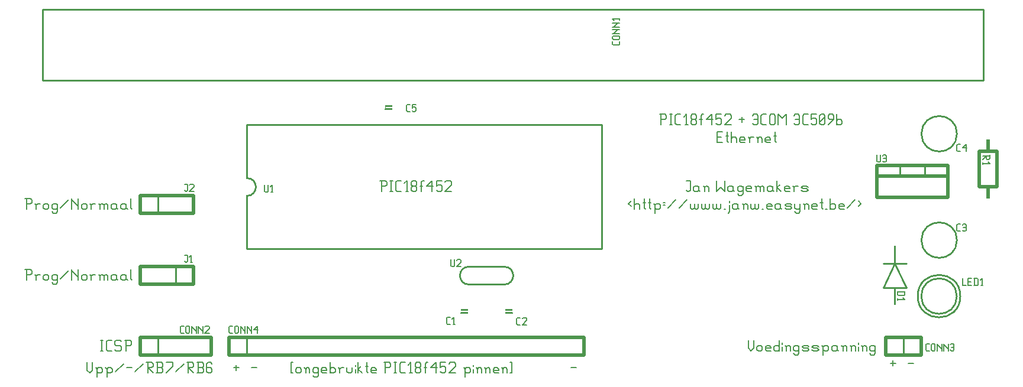
<source format=gbr>
G04 Title: PIC18f452-3COM3C509b-Ethernet, silkscreen, component side *
G04 Creator: pcb-bin 20050127 *
G04 CreationDate: Sat Apr 23 10:34:43 2005 UTC *
G04 For: jan *
G04 Format: Gerber/RS-274X *
G04 PCB-Dimensions: 600000 220000 *
G04 PCB-Coordinate-Origin: lower left *
%MOIN*%
%FSLAX24Y24*%
%IPPOS*%
%ADD11C,0.0400*%
%ADD12C,0.0100*%
%ADD13C,0.0080*%
%ADD14R,0.0650X0.0650*%
%ADD15R,0.0710X0.0710*%
%ADD16C,0.0650*%
%ADD17C,0.0710*%
%ADD18R,0.0700X0.0700*%
%ADD19R,0.0760X0.0760*%
%ADD20C,0.0700*%
%ADD21C,0.0760*%
%ADD22C,0.0200*%
%ADD23R,0.0600X0.0600*%
%ADD24R,0.0660X0.0660*%
%ADD25C,0.0600*%
%ADD26C,0.0660*%
%ADD27R,0.0800X0.0800*%
%ADD28R,0.0860X0.0860*%
%ADD29C,0.0800*%
%ADD30C,0.0860*%
%ADD31C,0.1575*%
%ADD32C,0.0350*%
%LNGROUP_1*%
%LPD*%
G01X0Y0D02*
G54D12*X54990Y4840D02*G75*G03X54990Y4840I-1000J0D01*G01*
X55190D02*G75*G03X55190Y4840I-1200J0D01*G01*
G04 Text: LED1 *
G54D13*X55310Y5840D02*Y5440D01*
X55510D01*
X55630Y5640D02*X55780D01*
X55630Y5440D02*X55830D01*
X55630Y5840D02*Y5440D01*
Y5840D02*X55830D01*
X56000D02*Y5440D01*
X56150Y5840D02*X56200Y5790D01*
Y5490D01*
X56150Y5440D02*X56200Y5490D01*
X55950Y5440D02*X56150D01*
X55950Y5840D02*X56150D01*
X56370Y5440D02*X56470D01*
X56420Y5840D02*Y5440D01*
X56320Y5740D02*X56420Y5840D01*
G54D22*X57250Y13000D02*Y11000D01*
X56250D02*X57250D01*
X56250Y13000D02*Y11000D01*
Y13000D02*X57250D01*
X56750Y14000D02*Y13000D01*
Y11000D02*Y10000D01*
G04 Text: R1 *
G54D13*X56850Y12800D02*Y12600D01*
X56800Y12550D01*
X56700D02*X56800D01*
X56650Y12600D02*X56700Y12550D01*
X56650Y12750D02*Y12600D01*
X56450Y12750D02*X56850D01*
X56650D02*X56450Y12550D01*
Y12379D02*Y12279D01*
Y12329D02*X56850D01*
X56750Y12429D02*X56850Y12329D01*
G54D12*X23250Y15500D02*X23500D01*
X22500D02*X22750D01*
Y15420D02*X23250D01*
X22750Y15580D02*Y15420D01*
Y15580D02*X23250D01*
Y15420D01*
G04 Text: C5 *
G54D13*X24050Y15250D02*X24200D01*
X24000Y15300D02*X24050Y15250D01*
X24000Y15600D02*Y15300D01*
Y15600D02*X24050Y15650D01*
X24200D01*
X24320D02*X24520D01*
X24320D02*Y15450D01*
X24370Y15500D01*
X24470D01*
X24520Y15450D01*
Y15300D01*
X24470Y15250D02*X24520Y15300D01*
X24370Y15250D02*X24470D01*
X24320Y15300D02*X24370Y15250D01*
G54D12*X9000Y10500D02*X10000D01*
Y9500D01*
G54D22*X9000Y10500D02*Y9500D01*
Y10500D02*X12000D01*
Y9500D01*
X9000D02*X12000D01*
G04 Text: J2 *
G54D13*X11500Y11150D02*X11650D01*
Y10800D01*
X11600Y10750D02*X11650Y10800D01*
X11550Y10750D02*X11600D01*
X11500Y10800D02*X11550Y10750D01*
X11770Y11100D02*X11820Y11150D01*
X11970D01*
X12020Y11100D01*
Y11000D01*
X11770Y10750D02*X12020Y11000D01*
X11770Y10750D02*X12020D01*
G54D12*X27500Y4080D02*Y3920D01*
X27000Y4080D02*X27500D01*
X27000D02*Y3920D01*
X27500D01*
X26750Y4000D02*X27000D01*
X27500D02*X27750D01*
G04 Text: C1 *
G54D13*X26300Y3250D02*X26450D01*
X26250Y3300D02*X26300Y3250D01*
X26250Y3600D02*Y3300D01*
Y3600D02*X26300Y3650D01*
X26450D01*
X26620Y3250D02*X26720D01*
X26670Y3650D02*Y3250D01*
X26570Y3550D02*X26670Y3650D01*
G54D12*X29500Y4080D02*Y3920D01*
X30000D01*
Y4080D02*Y3920D01*
X29500Y4080D02*X30000D01*
Y4000D02*X30250D01*
X29250D02*X29500D01*
G04 Text: C2 *
G54D13*X30250Y3220D02*X30400D01*
X30200Y3270D02*X30250Y3220D01*
X30200Y3570D02*Y3270D01*
Y3570D02*X30250Y3620D01*
X30400D01*
X30520Y3570D02*X30570Y3620D01*
X30720D01*
X30770Y3570D01*
Y3470D01*
X30520Y3220D02*X30770Y3470D01*
X30520Y3220D02*X30770D01*
G54D12*X27500Y5500D02*X29500D01*
X27500Y6500D02*X29500D01*
Y5500D02*G75*G03X29500Y6500I0J500D01*G01*
X27500D02*G75*G03X27500Y5500I0J-500D01*G01*
G04 Text: U2 *
G54D13*X26500Y6900D02*Y6550D01*
X26550Y6500D01*
X26650D01*
X26700Y6550D01*
Y6900D02*Y6550D01*
X26820Y6850D02*X26870Y6900D01*
X27020D01*
X27070Y6850D01*
Y6750D01*
X26820Y6500D02*X27070Y6750D01*
X26820Y6500D02*X27070D01*
G54D12*X14000Y2500D02*X15000D01*
Y1500D01*
G54D22*X14000Y2500D02*Y1500D01*
Y2500D02*X34000D01*
Y1500D01*
X14000D02*X34000D01*
G04 Text: CONN4 *
G54D13*X14050Y2750D02*X14200D01*
X14000Y2800D02*X14050Y2750D01*
X14000Y3100D02*Y2800D01*
Y3100D02*X14050Y3150D01*
X14200D01*
X14320Y3100D02*Y2800D01*
Y3100D02*X14370Y3150D01*
X14470D01*
X14520Y3100D01*
Y2800D01*
X14470Y2750D02*X14520Y2800D01*
X14370Y2750D02*X14470D01*
X14320Y2800D02*X14370Y2750D01*
X14640Y3150D02*Y2750D01*
Y3150D02*Y3100D01*
X14890Y2850D01*
Y3150D02*Y2750D01*
X15010Y3150D02*Y2750D01*
Y3150D02*Y3100D01*
X15260Y2850D01*
Y3150D02*Y2750D01*
X15380Y2950D02*X15580Y3150D01*
X15380Y2950D02*X15630D01*
X15580Y3150D02*Y2750D01*
G54D12*X11000Y5500D02*X12000D01*
X11000Y6500D02*Y5500D01*
G54D22*X12000Y6500D02*Y5500D01*
X9000D02*X12000D01*
X9000Y6500D02*Y5500D01*
Y6500D02*X12000D01*
G04 Text: J1 *
G54D13*X11500Y7150D02*X11650D01*
Y6800D01*
X11600Y6750D02*X11650Y6800D01*
X11550Y6750D02*X11600D01*
X11500Y6800D02*X11550Y6750D01*
X11820D02*X11920D01*
X11870Y7150D02*Y6750D01*
X11770Y7050D02*X11870Y7150D01*
G54D12*X53200Y12200D02*Y11600D01*
X51800Y12200D02*Y11600D01*
G54D22*X50500Y12200D02*Y11600D01*
X54500D01*
Y12200D02*Y11600D01*
X50500Y12200D02*X54500D01*
X50500D02*Y10400D01*
X54500D01*
Y12200D02*Y10400D01*
X50500Y12200D02*X54500D01*
G04 Text: U3 *
G54D13*X50500Y12800D02*Y12450D01*
X50550Y12400D01*
X50650D01*
X50700Y12450D01*
Y12800D02*Y12450D01*
X50820Y12750D02*X50870Y12800D01*
X50970D01*
X51020Y12750D01*
Y12450D01*
X50970Y12400D02*X51020Y12450D01*
X50870Y12400D02*X50970D01*
X50820Y12450D02*X50870Y12400D01*
Y12600D02*X51020D01*
G54D12*X53000Y8000D02*G75*G03X53000Y8000I1000J0D01*G01*
G04 Text: C3 *
G54D13*X55050Y8500D02*X55200D01*
X55000Y8550D02*X55050Y8500D01*
X55000Y8850D02*Y8550D01*
Y8850D02*X55050Y8900D01*
X55200D01*
X55320Y8850D02*X55370Y8900D01*
X55470D01*
X55520Y8850D01*
Y8550D01*
X55470Y8500D02*X55520Y8550D01*
X55370Y8500D02*X55470D01*
X55320Y8550D02*X55370Y8500D01*
Y8700D02*X55520D01*
G54D12*X51000Y2500D02*X52000D01*
Y1500D01*
G54D22*X51000Y2500D02*Y1500D01*
Y2500D02*X53000D01*
Y1500D01*
X51000D02*X53000D01*
G04 Text: CONN3 *
G54D13*X53300Y1750D02*X53450D01*
X53250Y1800D02*X53300Y1750D01*
X53250Y2100D02*Y1800D01*
Y2100D02*X53300Y2150D01*
X53450D01*
X53570Y2100D02*Y1800D01*
Y2100D02*X53620Y2150D01*
X53720D01*
X53770Y2100D01*
Y1800D01*
X53720Y1750D02*X53770Y1800D01*
X53620Y1750D02*X53720D01*
X53570Y1800D02*X53620Y1750D01*
X53890Y2150D02*Y1750D01*
Y2150D02*Y2100D01*
X54140Y1850D01*
Y2150D02*Y1750D01*
X54260Y2150D02*Y1750D01*
Y2150D02*Y2100D01*
X54510Y1850D01*
Y2150D02*Y1750D01*
X54630Y2100D02*X54680Y2150D01*
X54780D01*
X54830Y2100D01*
Y1800D01*
X54780Y1750D02*X54830Y1800D01*
X54680Y1750D02*X54780D01*
X54630Y1800D02*X54680Y1750D01*
Y1950D02*X54830D01*
G54D12*X55000Y14000D02*G75*G03X55000Y14000I-1000J0D01*G01*
G04 Text: C4 *
G54D13*X55050Y13000D02*X55200D01*
X55000Y13050D02*X55050Y13000D01*
X55000Y13350D02*Y13050D01*
Y13350D02*X55050Y13400D01*
X55200D01*
X55320Y13200D02*X55520Y13400D01*
X55320Y13200D02*X55570D01*
X55520Y13400D02*Y13000D01*
G54D12*X3500Y17000D02*X56500D01*
Y21000D02*Y17000D01*
X3500Y21000D02*X56500D01*
X3500D02*Y17000D01*
G04 Text: CONN1 *
G54D13*X36000Y19200D02*Y19050D01*
X35950Y19000D02*X36000Y19050D01*
X35650Y19000D02*X35950D01*
X35650D02*X35600Y19050D01*
Y19200D02*Y19050D01*
X35650Y19320D02*X35950D01*
X35650D02*X35600Y19370D01*
Y19470D02*Y19370D01*
Y19470D02*X35650Y19520D01*
X35950D01*
X36000Y19470D02*X35950Y19520D01*
X36000Y19470D02*Y19370D01*
X35950Y19320D02*X36000Y19370D01*
X35600Y19640D02*X36000D01*
X35600D02*X35650D01*
X35900Y19890D01*
X35600D02*X36000D01*
X35600Y20010D02*X36000D01*
X35600D02*X35650D01*
X35900Y20260D01*
X35600D02*X36000D01*
Y20530D02*Y20430D01*
X35600Y20480D02*X36000D01*
X35700Y20380D02*X35600Y20480D01*
G54D12*X9000Y2500D02*X10000D01*
Y1500D01*
G54D22*X9000Y2500D02*Y1500D01*
Y2500D02*X13000D01*
Y1500D01*
X9000D02*X13000D01*
G04 Text: CONN2 *
G54D13*X11300Y2750D02*X11450D01*
X11250Y2800D02*X11300Y2750D01*
X11250Y3100D02*Y2800D01*
Y3100D02*X11300Y3150D01*
X11450D01*
X11570Y3100D02*Y2800D01*
Y3100D02*X11620Y3150D01*
X11720D01*
X11770Y3100D01*
Y2800D01*
X11720Y2750D02*X11770Y2800D01*
X11620Y2750D02*X11720D01*
X11570Y2800D02*X11620Y2750D01*
X11890Y3150D02*Y2750D01*
Y3150D02*Y3100D01*
X12140Y2850D01*
Y3150D02*Y2750D01*
X12260Y3150D02*Y2750D01*
Y3150D02*Y3100D01*
X12510Y2850D01*
Y3150D02*Y2750D01*
X12630Y3100D02*X12680Y3150D01*
X12830D01*
X12880Y3100D01*
Y3000D01*
X12630Y2750D02*X12880Y3000D01*
X12630Y2750D02*X12880D01*
G54D12*X15000Y14500D02*Y11500D01*
Y10500D02*Y7500D01*
Y14500D02*X35000D01*
Y7500D01*
X15000D02*X35000D01*
X15000Y10500D02*G75*G03X15000Y11500I0J500D01*G01*
G04 Text: U1 *
G54D13*X16000Y11100D02*Y10750D01*
X16050Y10700D01*
X16150D01*
X16200Y10750D01*
Y11100D02*Y10750D01*
X16370Y10700D02*X16470D01*
X16420Y11100D02*Y10700D01*
X16320Y11000D02*X16420Y11100D01*
G54D12*X50840Y6670D02*X52160D01*
X50840Y5330D02*X51500Y6670D01*
X50840Y5330D02*X52160D01*
X51500Y6670D02*X52160Y5330D01*
X51500D02*Y4000D01*
Y8000D02*Y6670D01*
G04 Text: D1 *
G54D13*X51660Y5080D02*X52060D01*
Y4930D02*X52010Y4880D01*
X51710D02*X52010D01*
X51660Y4930D02*X51710Y4880D01*
X51660Y5130D02*Y4930D01*
X52060Y5130D02*Y4930D01*
X51660Y4709D02*Y4609D01*
Y4659D02*X52060D01*
X51960Y4759D02*X52060Y4659D01*
G04 Text: Ethernet *
X41500Y13800D02*X41725D01*
X41500Y13500D02*X41800D01*
X41500Y14100D02*Y13500D01*
Y14100D02*X41800D01*
X42055D02*Y13575D01*
X42130Y13500D01*
X41980Y13875D02*X42130D01*
X42280Y14100D02*Y13500D01*
Y13725D02*X42355Y13800D01*
X42505D01*
X42580Y13725D01*
Y13500D01*
X42835D02*X43060D01*
X42760Y13575D02*X42835Y13500D01*
X42760Y13725D02*Y13575D01*
Y13725D02*X42835Y13800D01*
X42985D01*
X43060Y13725D01*
X42760Y13650D02*X43060D01*
Y13725D02*Y13650D01*
X43315Y13725D02*Y13500D01*
Y13725D02*X43390Y13800D01*
X43540D01*
X43240D02*X43315Y13725D01*
X43795D02*Y13500D01*
Y13725D02*X43870Y13800D01*
X43945D01*
X44020Y13725D01*
Y13500D01*
X43720Y13800D02*X43795Y13725D01*
X44275Y13500D02*X44500D01*
X44200Y13575D02*X44275Y13500D01*
X44200Y13725D02*Y13575D01*
Y13725D02*X44275Y13800D01*
X44425D01*
X44500Y13725D01*
X44200Y13650D02*X44500D01*
Y13725D02*Y13650D01*
X44756Y14100D02*Y13575D01*
X44831Y13500D01*
X44681Y13875D02*X44831D01*
G04 Text: PIC18f452 + 3COM 3C509b *
X38325Y15100D02*Y14500D01*
X38250Y15100D02*X38550D01*
X38625Y15025D01*
Y14875D01*
X38550Y14800D02*X38625Y14875D01*
X38325Y14800D02*X38550D01*
X38805Y15100D02*X38955D01*
X38880D02*Y14500D01*
X38805D02*X38955D01*
X39210D02*X39435D01*
X39135Y14575D02*X39210Y14500D01*
X39135Y15025D02*Y14575D01*
Y15025D02*X39210Y15100D01*
X39435D01*
X39690Y14500D02*X39840D01*
X39765Y15100D02*Y14500D01*
X39615Y14950D02*X39765Y15100D01*
X40020Y14575D02*X40095Y14500D01*
X40020Y14725D02*Y14575D01*
Y14725D02*X40095Y14800D01*
X40245D01*
X40320Y14725D01*
Y14575D01*
X40245Y14500D02*X40320Y14575D01*
X40095Y14500D02*X40245D01*
X40020Y14875D02*X40095Y14800D01*
X40020Y15025D02*Y14875D01*
Y15025D02*X40095Y15100D01*
X40245D01*
X40320Y15025D01*
Y14875D01*
X40245Y14800D02*X40320Y14875D01*
X40575Y15025D02*Y14500D01*
Y15025D02*X40650Y15100D01*
X40725D01*
X40500Y14800D02*X40650D01*
X40875D02*X41175Y15100D01*
X40875Y14800D02*X41250D01*
X41175Y15100D02*Y14500D01*
X41431Y15100D02*X41731D01*
X41431D02*Y14800D01*
X41506Y14875D01*
X41656D01*
X41731Y14800D01*
Y14575D01*
X41656Y14500D02*X41731Y14575D01*
X41506Y14500D02*X41656D01*
X41431Y14575D02*X41506Y14500D01*
X41911Y15025D02*X41986Y15100D01*
X42211D01*
X42286Y15025D01*
Y14875D01*
X41911Y14500D02*X42286Y14875D01*
X41911Y14500D02*X42286D01*
X42736Y14800D02*X43036D01*
X42886Y14950D02*Y14650D01*
X43486Y15025D02*X43561Y15100D01*
X43711D01*
X43786Y15025D01*
Y14575D01*
X43711Y14500D02*X43786Y14575D01*
X43561Y14500D02*X43711D01*
X43486Y14575D02*X43561Y14500D01*
Y14800D02*X43786D01*
X44041Y14500D02*X44266D01*
X43966Y14575D02*X44041Y14500D01*
X43966Y15025D02*Y14575D01*
Y15025D02*X44041Y15100D01*
X44266D01*
X44446Y15025D02*Y14575D01*
Y15025D02*X44521Y15100D01*
X44671D01*
X44746Y15025D01*
Y14575D01*
X44671Y14500D02*X44746Y14575D01*
X44521Y14500D02*X44671D01*
X44446Y14575D02*X44521Y14500D01*
X44926Y15100D02*Y14500D01*
Y15100D02*X45151Y14875D01*
X45376Y15100D01*
Y14500D01*
X45827Y15025D02*X45902Y15100D01*
X46052D01*
X46127Y15025D01*
Y14575D01*
X46052Y14500D02*X46127Y14575D01*
X45902Y14500D02*X46052D01*
X45827Y14575D02*X45902Y14500D01*
Y14800D02*X46127D01*
X46382Y14500D02*X46607D01*
X46307Y14575D02*X46382Y14500D01*
X46307Y15025D02*Y14575D01*
Y15025D02*X46382Y15100D01*
X46607D01*
X46787D02*X47087D01*
X46787D02*Y14800D01*
X46862Y14875D01*
X47012D01*
X47087Y14800D01*
Y14575D01*
X47012Y14500D02*X47087Y14575D01*
X46862Y14500D02*X47012D01*
X46787Y14575D02*X46862Y14500D01*
X47267Y14575D02*X47342Y14500D01*
X47267Y15025D02*Y14575D01*
Y15025D02*X47342Y15100D01*
X47492D01*
X47567Y15025D01*
Y14575D01*
X47492Y14500D02*X47567Y14575D01*
X47342Y14500D02*X47492D01*
X47267Y14650D02*X47567Y14950D01*
X47747Y14500D02*X48047Y14800D01*
Y15025D02*Y14800D01*
X47972Y15100D02*X48047Y15025D01*
X47822Y15100D02*X47972D01*
X47747Y15025D02*X47822Y15100D01*
X47747Y15025D02*Y14875D01*
X47822Y14800D01*
X48047D01*
X48227Y15100D02*Y14500D01*
Y14575D02*X48302Y14500D01*
X48452D01*
X48527Y14575D01*
Y14725D02*Y14575D01*
X48452Y14800D02*X48527Y14725D01*
X48302Y14800D02*X48452D01*
X48227Y14725D02*X48302Y14800D01*
G04 Text: <http://www.janw.easynet.be/> *
X36500Y10050D02*X36650Y10200D01*
X36500Y10050D02*X36650Y9900D01*
X36830Y10350D02*Y9750D01*
Y9975D02*X36905Y10050D01*
X37055D01*
X37130Y9975D01*
Y9750D01*
X37385Y10350D02*Y9825D01*
X37460Y9750D01*
X37310Y10125D02*X37460D01*
X37685Y10350D02*Y9825D01*
X37760Y9750D01*
X37610Y10125D02*X37760D01*
X37985Y9975D02*Y9525D01*
X37910Y10050D02*X37985Y9975D01*
X38060Y10050D01*
X38210D01*
X38285Y9975D01*
Y9825D01*
X38210Y9750D02*X38285Y9825D01*
X38060Y9750D02*X38210D01*
X37985Y9825D02*X38060Y9750D01*
X38465Y10125D02*X38540D01*
X38465Y9975D02*X38540D01*
X38720Y9825D02*X39170Y10275D01*
X39351Y9825D02*X39801Y10275D01*
X39981Y10050D02*Y9825D01*
X40056Y9750D01*
X40131D01*
X40206Y9825D01*
Y10050D02*Y9825D01*
X40281Y9750D01*
X40356D01*
X40431Y9825D01*
Y10050D02*Y9825D01*
X40611Y10050D02*Y9825D01*
X40686Y9750D01*
X40761D01*
X40836Y9825D01*
Y10050D02*Y9825D01*
X40911Y9750D01*
X40986D01*
X41061Y9825D01*
Y10050D02*Y9825D01*
X41241Y10050D02*Y9825D01*
X41316Y9750D01*
X41391D01*
X41466Y9825D01*
Y10050D02*Y9825D01*
X41541Y9750D01*
X41616D01*
X41691Y9825D01*
Y10050D02*Y9825D01*
X41871Y9750D02*X41946D01*
X42201Y10200D02*Y10125D01*
Y9975D02*Y9600D01*
X42126Y9525D02*X42201Y9600D01*
X42576Y10050D02*X42651Y9975D01*
X42426Y10050D02*X42576D01*
X42351Y9975D02*X42426Y10050D01*
X42351Y9975D02*Y9825D01*
X42426Y9750D01*
X42651Y10050D02*Y9825D01*
X42726Y9750D01*
X42426D02*X42576D01*
X42651Y9825D01*
X42982Y9975D02*Y9750D01*
Y9975D02*X43057Y10050D01*
X43132D01*
X43207Y9975D01*
Y9750D01*
X42907Y10050D02*X42982Y9975D01*
X43387Y10050D02*Y9825D01*
X43462Y9750D01*
X43537D01*
X43612Y9825D01*
Y10050D02*Y9825D01*
X43687Y9750D01*
X43762D01*
X43837Y9825D01*
Y10050D02*Y9825D01*
X44017Y9750D02*X44092D01*
X44347D02*X44572D01*
X44272Y9825D02*X44347Y9750D01*
X44272Y9975D02*Y9825D01*
Y9975D02*X44347Y10050D01*
X44497D01*
X44572Y9975D01*
X44272Y9900D02*X44572D01*
Y9975D02*Y9900D01*
X44977Y10050D02*X45052Y9975D01*
X44827Y10050D02*X44977D01*
X44752Y9975D02*X44827Y10050D01*
X44752Y9975D02*Y9825D01*
X44827Y9750D01*
X45052Y10050D02*Y9825D01*
X45127Y9750D01*
X44827D02*X44977D01*
X45052Y9825D01*
X45382Y9750D02*X45607D01*
X45682Y9825D01*
X45607Y9900D02*X45682Y9825D01*
X45382Y9900D02*X45607D01*
X45307Y9975D02*X45382Y9900D01*
X45307Y9975D02*X45382Y10050D01*
X45607D01*
X45682Y9975D01*
X45307Y9825D02*X45382Y9750D01*
X45863Y10050D02*Y9825D01*
X45938Y9750D01*
X46163Y10050D02*Y9600D01*
X46088Y9525D02*X46163Y9600D01*
X45938Y9525D02*X46088D01*
X45863Y9600D02*X45938Y9525D01*
Y9750D02*X46088D01*
X46163Y9825D01*
X46418Y9975D02*Y9750D01*
Y9975D02*X46493Y10050D01*
X46568D01*
X46643Y9975D01*
Y9750D01*
X46343Y10050D02*X46418Y9975D01*
X46898Y9750D02*X47123D01*
X46823Y9825D02*X46898Y9750D01*
X46823Y9975D02*Y9825D01*
Y9975D02*X46898Y10050D01*
X47048D01*
X47123Y9975D01*
X46823Y9900D02*X47123D01*
Y9975D02*Y9900D01*
X47378Y10350D02*Y9825D01*
X47453Y9750D01*
X47303Y10125D02*X47453D01*
X47603Y9750D02*X47678D01*
X47858Y10350D02*Y9750D01*
Y9825D02*X47933Y9750D01*
X48083D01*
X48158Y9825D01*
Y9975D02*Y9825D01*
X48083Y10050D02*X48158Y9975D01*
X47933Y10050D02*X48083D01*
X47858Y9975D02*X47933Y10050D01*
X48413Y9750D02*X48638D01*
X48338Y9825D02*X48413Y9750D01*
X48338Y9975D02*Y9825D01*
Y9975D02*X48413Y10050D01*
X48563D01*
X48638Y9975D01*
X48338Y9900D02*X48638D01*
Y9975D02*Y9900D01*
X48819Y9825D02*X49269Y10275D01*
X49449Y10200D02*X49599Y10050D01*
X49449Y9900D02*X49599Y10050D01*
G04 Text: Jan Wagemakers *
X39750Y11350D02*X39975D01*
Y10825D01*
X39900Y10750D02*X39975Y10825D01*
X39825Y10750D02*X39900D01*
X39750Y10825D02*X39825Y10750D01*
X40380Y11050D02*X40455Y10975D01*
X40230Y11050D02*X40380D01*
X40155Y10975D02*X40230Y11050D01*
X40155Y10975D02*Y10825D01*
X40230Y10750D01*
X40455Y11050D02*Y10825D01*
X40530Y10750D01*
X40230D02*X40380D01*
X40455Y10825D01*
X40785Y10975D02*Y10750D01*
Y10975D02*X40860Y11050D01*
X40935D01*
X41010Y10975D01*
Y10750D01*
X40710Y11050D02*X40785Y10975D01*
X41460Y11350D02*Y10750D01*
X41685Y10975D01*
X41910Y10750D01*
Y11350D02*Y10750D01*
X42315Y11050D02*X42390Y10975D01*
X42165Y11050D02*X42315D01*
X42090Y10975D02*X42165Y11050D01*
X42090Y10975D02*Y10825D01*
X42165Y10750D01*
X42390Y11050D02*Y10825D01*
X42465Y10750D01*
X42165D02*X42315D01*
X42390Y10825D01*
X42870Y11050D02*X42945Y10975D01*
X42720Y11050D02*X42870D01*
X42645Y10975D02*X42720Y11050D01*
X42645Y10975D02*Y10825D01*
X42720Y10750D01*
X42870D01*
X42945Y10825D01*
X42645Y10600D02*X42720Y10525D01*
X42870D01*
X42945Y10600D01*
Y11050D02*Y10600D01*
X43200Y10750D02*X43425D01*
X43125Y10825D02*X43200Y10750D01*
X43125Y10975D02*Y10825D01*
Y10975D02*X43200Y11050D01*
X43350D01*
X43425Y10975D01*
X43125Y10900D02*X43425D01*
Y10975D02*Y10900D01*
X43681Y10975D02*Y10750D01*
Y10975D02*X43756Y11050D01*
X43831D01*
X43906Y10975D01*
Y10750D01*
Y10975D02*X43981Y11050D01*
X44056D01*
X44131Y10975D01*
Y10750D01*
X43606Y11050D02*X43681Y10975D01*
X44536Y11050D02*X44611Y10975D01*
X44386Y11050D02*X44536D01*
X44311Y10975D02*X44386Y11050D01*
X44311Y10975D02*Y10825D01*
X44386Y10750D01*
X44611Y11050D02*Y10825D01*
X44686Y10750D01*
X44386D02*X44536D01*
X44611Y10825D01*
X44866Y11350D02*Y10750D01*
Y10975D02*X45091Y10750D01*
X44866Y10975D02*X45016Y11125D01*
X45346Y10750D02*X45571D01*
X45271Y10825D02*X45346Y10750D01*
X45271Y10975D02*Y10825D01*
Y10975D02*X45346Y11050D01*
X45496D01*
X45571Y10975D01*
X45271Y10900D02*X45571D01*
Y10975D02*Y10900D01*
X45826Y10975D02*Y10750D01*
Y10975D02*X45901Y11050D01*
X46051D01*
X45751D02*X45826Y10975D01*
X46306Y10750D02*X46531D01*
X46606Y10825D01*
X46531Y10900D02*X46606Y10825D01*
X46306Y10900D02*X46531D01*
X46231Y10975D02*X46306Y10900D01*
X46231Y10975D02*X46306Y11050D01*
X46531D01*
X46606Y10975D01*
X46231Y10825D02*X46306Y10750D01*
G04 Text: - *
X15250Y800D02*X15550D01*
G04 Text: + *
X14250D02*X14550D01*
X14400Y950D02*Y650D01*
G04 Text: PIC18f452 *
X22575Y11350D02*Y10750D01*
X22500Y11350D02*X22800D01*
X22875Y11275D01*
Y11125D01*
X22800Y11050D02*X22875Y11125D01*
X22575Y11050D02*X22800D01*
X23055Y11350D02*X23205D01*
X23130D02*Y10750D01*
X23055D02*X23205D01*
X23460D02*X23685D01*
X23385Y10825D02*X23460Y10750D01*
X23385Y11275D02*Y10825D01*
Y11275D02*X23460Y11350D01*
X23685D01*
X23940Y10750D02*X24090D01*
X24015Y11350D02*Y10750D01*
X23865Y11200D02*X24015Y11350D01*
X24270Y10825D02*X24345Y10750D01*
X24270Y10975D02*Y10825D01*
Y10975D02*X24345Y11050D01*
X24495D01*
X24570Y10975D01*
Y10825D01*
X24495Y10750D02*X24570Y10825D01*
X24345Y10750D02*X24495D01*
X24270Y11125D02*X24345Y11050D01*
X24270Y11275D02*Y11125D01*
Y11275D02*X24345Y11350D01*
X24495D01*
X24570Y11275D01*
Y11125D01*
X24495Y11050D02*X24570Y11125D01*
X24825Y11275D02*Y10750D01*
Y11275D02*X24900Y11350D01*
X24975D01*
X24750Y11050D02*X24900D01*
X25125D02*X25425Y11350D01*
X25125Y11050D02*X25500D01*
X25425Y11350D02*Y10750D01*
X25681Y11350D02*X25981D01*
X25681D02*Y11050D01*
X25756Y11125D01*
X25906D01*
X25981Y11050D01*
Y10825D01*
X25906Y10750D02*X25981Y10825D01*
X25756Y10750D02*X25906D01*
X25681Y10825D02*X25756Y10750D01*
X26161Y11275D02*X26236Y11350D01*
X26461D01*
X26536Y11275D01*
Y11125D01*
X26161Y10750D02*X26536Y11125D01*
X26161Y10750D02*X26536D01*
G04 Text: ICSP *
X6750Y2350D02*X6900D01*
X6825D02*Y1750D01*
X6750D02*X6900D01*
X7155D02*X7380D01*
X7080Y1825D02*X7155Y1750D01*
X7080Y2275D02*Y1825D01*
Y2275D02*X7155Y2350D01*
X7380D01*
X7860D02*X7935Y2275D01*
X7635Y2350D02*X7860D01*
X7560Y2275D02*X7635Y2350D01*
X7560Y2275D02*Y2125D01*
X7635Y2050D01*
X7860D01*
X7935Y1975D01*
Y1825D01*
X7860Y1750D02*X7935Y1825D01*
X7635Y1750D02*X7860D01*
X7560Y1825D02*X7635Y1750D01*
X8190Y2350D02*Y1750D01*
X8115Y2350D02*X8415D01*
X8490Y2275D01*
Y2125D01*
X8415Y2050D02*X8490Y2125D01*
X8190Y2050D02*X8415D01*
G04 Text: [ongebruikte PIC18f452 pinnen] *
X17500Y1100D02*X17575D01*
X17500D02*Y500D01*
X17575D01*
X17755Y725D02*Y575D01*
Y725D02*X17830Y800D01*
X17980D01*
X18055Y725D01*
Y575D01*
X17980Y500D02*X18055Y575D01*
X17830Y500D02*X17980D01*
X17755Y575D02*X17830Y500D01*
X18310Y725D02*Y500D01*
Y725D02*X18385Y800D01*
X18460D01*
X18535Y725D01*
Y500D01*
X18235Y800D02*X18310Y725D01*
X18940Y800D02*X19015Y725D01*
X18790Y800D02*X18940D01*
X18715Y725D02*X18790Y800D01*
X18715Y725D02*Y575D01*
X18790Y500D01*
X18940D01*
X19015Y575D01*
X18715Y350D02*X18790Y275D01*
X18940D01*
X19015Y350D01*
Y800D02*Y350D01*
X19270Y500D02*X19495D01*
X19195Y575D02*X19270Y500D01*
X19195Y725D02*Y575D01*
Y725D02*X19270Y800D01*
X19420D01*
X19495Y725D01*
X19195Y650D02*X19495D01*
Y725D02*Y650D01*
X19675Y1100D02*Y500D01*
Y575D02*X19750Y500D01*
X19900D01*
X19975Y575D01*
Y725D02*Y575D01*
X19900Y800D02*X19975Y725D01*
X19750Y800D02*X19900D01*
X19675Y725D02*X19750Y800D01*
X20230Y725D02*Y500D01*
Y725D02*X20305Y800D01*
X20455D01*
X20155D02*X20230Y725D01*
X20636Y800D02*Y575D01*
X20711Y500D01*
X20861D01*
X20936Y575D01*
Y800D02*Y575D01*
X21116Y950D02*Y875D01*
Y725D02*Y500D01*
X21266Y1100D02*Y500D01*
Y725D02*X21491Y500D01*
X21266Y725D02*X21416Y875D01*
X21746Y1100D02*Y575D01*
X21821Y500D01*
X21671Y875D02*X21821D01*
X22046Y500D02*X22271D01*
X21971Y575D02*X22046Y500D01*
X21971Y725D02*Y575D01*
Y725D02*X22046Y800D01*
X22196D01*
X22271Y725D01*
X21971Y650D02*X22271D01*
Y725D02*Y650D01*
X22796Y1100D02*Y500D01*
X22721Y1100D02*X23021D01*
X23096Y1025D01*
Y875D01*
X23021Y800D02*X23096Y875D01*
X22796Y800D02*X23021D01*
X23276Y1100D02*X23426D01*
X23351D02*Y500D01*
X23276D02*X23426D01*
X23682D02*X23907D01*
X23607Y575D02*X23682Y500D01*
X23607Y1025D02*Y575D01*
Y1025D02*X23682Y1100D01*
X23907D01*
X24162Y500D02*X24312D01*
X24237Y1100D02*Y500D01*
X24087Y950D02*X24237Y1100D01*
X24492Y575D02*X24567Y500D01*
X24492Y725D02*Y575D01*
Y725D02*X24567Y800D01*
X24717D01*
X24792Y725D01*
Y575D01*
X24717Y500D02*X24792Y575D01*
X24567Y500D02*X24717D01*
X24492Y875D02*X24567Y800D01*
X24492Y1025D02*Y875D01*
Y1025D02*X24567Y1100D01*
X24717D01*
X24792Y1025D01*
Y875D01*
X24717Y800D02*X24792Y875D01*
X25047Y1025D02*Y500D01*
Y1025D02*X25122Y1100D01*
X25197D01*
X24972Y800D02*X25122D01*
X25347D02*X25647Y1100D01*
X25347Y800D02*X25722D01*
X25647Y1100D02*Y500D01*
X25902Y1100D02*X26202D01*
X25902D02*Y800D01*
X25977Y875D01*
X26127D01*
X26202Y800D01*
Y575D01*
X26127Y500D02*X26202Y575D01*
X25977Y500D02*X26127D01*
X25902Y575D02*X25977Y500D01*
X26383Y1025D02*X26458Y1100D01*
X26683D01*
X26758Y1025D01*
Y875D01*
X26383Y500D02*X26758Y875D01*
X26383Y500D02*X26758D01*
X27283Y725D02*Y275D01*
X27208Y800D02*X27283Y725D01*
X27358Y800D01*
X27508D01*
X27583Y725D01*
Y575D01*
X27508Y500D02*X27583Y575D01*
X27358Y500D02*X27508D01*
X27283Y575D02*X27358Y500D01*
X27763Y950D02*Y875D01*
Y725D02*Y500D01*
X27988Y725D02*Y500D01*
Y725D02*X28063Y800D01*
X28138D01*
X28213Y725D01*
Y500D01*
X27913Y800D02*X27988Y725D01*
X28468D02*Y500D01*
Y725D02*X28543Y800D01*
X28618D01*
X28693Y725D01*
Y500D01*
X28393Y800D02*X28468Y725D01*
X28948Y500D02*X29173D01*
X28873Y575D02*X28948Y500D01*
X28873Y725D02*Y575D01*
Y725D02*X28948Y800D01*
X29098D01*
X29173Y725D01*
X28873Y650D02*X29173D01*
Y725D02*Y650D01*
X29428Y725D02*Y500D01*
Y725D02*X29503Y800D01*
X29578D01*
X29653Y725D01*
Y500D01*
X29353Y800D02*X29428Y725D01*
X29834Y1100D02*X29909D01*
Y500D01*
X29834D02*X29909D01*
G04 Text: - *
X33250Y800D02*X33550D01*
G04 Text: Voedingsspanning *
X43250Y2350D02*Y1900D01*
X43400Y1750D01*
X43550Y1900D01*
Y2350D02*Y1900D01*
X43730Y1975D02*Y1825D01*
Y1975D02*X43805Y2050D01*
X43955D01*
X44030Y1975D01*
Y1825D01*
X43955Y1750D02*X44030Y1825D01*
X43805Y1750D02*X43955D01*
X43730Y1825D02*X43805Y1750D01*
X44285D02*X44510D01*
X44210Y1825D02*X44285Y1750D01*
X44210Y1975D02*Y1825D01*
Y1975D02*X44285Y2050D01*
X44435D01*
X44510Y1975D01*
X44210Y1900D02*X44510D01*
Y1975D02*Y1900D01*
X44990Y2350D02*Y1750D01*
X44915D02*X44990Y1825D01*
X44765Y1750D02*X44915D01*
X44690Y1825D02*X44765Y1750D01*
X44690Y1975D02*Y1825D01*
Y1975D02*X44765Y2050D01*
X44915D01*
X44990Y1975D01*
X45170Y2200D02*Y2125D01*
Y1975D02*Y1750D01*
X45395Y1975D02*Y1750D01*
Y1975D02*X45470Y2050D01*
X45545D01*
X45620Y1975D01*
Y1750D01*
X45320Y2050D02*X45395Y1975D01*
X46025Y2050D02*X46100Y1975D01*
X45875Y2050D02*X46025D01*
X45800Y1975D02*X45875Y2050D01*
X45800Y1975D02*Y1825D01*
X45875Y1750D01*
X46025D01*
X46100Y1825D01*
X45800Y1600D02*X45875Y1525D01*
X46025D01*
X46100Y1600D01*
Y2050D02*Y1600D01*
X46356Y1750D02*X46581D01*
X46656Y1825D01*
X46581Y1900D02*X46656Y1825D01*
X46356Y1900D02*X46581D01*
X46281Y1975D02*X46356Y1900D01*
X46281Y1975D02*X46356Y2050D01*
X46581D01*
X46656Y1975D01*
X46281Y1825D02*X46356Y1750D01*
X46911D02*X47136D01*
X47211Y1825D01*
X47136Y1900D02*X47211Y1825D01*
X46911Y1900D02*X47136D01*
X46836Y1975D02*X46911Y1900D01*
X46836Y1975D02*X46911Y2050D01*
X47136D01*
X47211Y1975D01*
X46836Y1825D02*X46911Y1750D01*
X47466Y1975D02*Y1525D01*
X47391Y2050D02*X47466Y1975D01*
X47541Y2050D01*
X47691D01*
X47766Y1975D01*
Y1825D01*
X47691Y1750D02*X47766Y1825D01*
X47541Y1750D02*X47691D01*
X47466Y1825D02*X47541Y1750D01*
X48171Y2050D02*X48246Y1975D01*
X48021Y2050D02*X48171D01*
X47946Y1975D02*X48021Y2050D01*
X47946Y1975D02*Y1825D01*
X48021Y1750D01*
X48246Y2050D02*Y1825D01*
X48321Y1750D01*
X48021D02*X48171D01*
X48246Y1825D01*
X48576Y1975D02*Y1750D01*
Y1975D02*X48651Y2050D01*
X48726D01*
X48801Y1975D01*
Y1750D01*
X48501Y2050D02*X48576Y1975D01*
X49056D02*Y1750D01*
Y1975D02*X49131Y2050D01*
X49206D01*
X49281Y1975D01*
Y1750D01*
X48981Y2050D02*X49056Y1975D01*
X49461Y2200D02*Y2125D01*
Y1975D02*Y1750D01*
X49687Y1975D02*Y1750D01*
Y1975D02*X49762Y2050D01*
X49837D01*
X49912Y1975D01*
Y1750D01*
X49612Y2050D02*X49687Y1975D01*
X50317Y2050D02*X50392Y1975D01*
X50167Y2050D02*X50317D01*
X50092Y1975D02*X50167Y2050D01*
X50092Y1975D02*Y1825D01*
X50167Y1750D01*
X50317D01*
X50392Y1825D01*
X50092Y1600D02*X50167Y1525D01*
X50317D01*
X50392Y1600D01*
Y2050D02*Y1600D01*
G04 Text: + *
X51250Y1050D02*X51550D01*
X51400Y1200D02*Y900D01*
G04 Text: - *
X52250Y1050D02*X52550D01*
G04 Text: Prog/Normaal *
X2575Y10350D02*Y9750D01*
X2500Y10350D02*X2800D01*
X2875Y10275D01*
Y10125D01*
X2800Y10050D02*X2875Y10125D01*
X2575Y10050D02*X2800D01*
X3130Y9975D02*Y9750D01*
Y9975D02*X3205Y10050D01*
X3355D01*
X3055D02*X3130Y9975D01*
X3535D02*Y9825D01*
Y9975D02*X3610Y10050D01*
X3760D01*
X3835Y9975D01*
Y9825D01*
X3760Y9750D02*X3835Y9825D01*
X3610Y9750D02*X3760D01*
X3535Y9825D02*X3610Y9750D01*
X4240Y10050D02*X4315Y9975D01*
X4090Y10050D02*X4240D01*
X4015Y9975D02*X4090Y10050D01*
X4015Y9975D02*Y9825D01*
X4090Y9750D01*
X4240D01*
X4315Y9825D01*
X4015Y9600D02*X4090Y9525D01*
X4240D01*
X4315Y9600D01*
Y10050D02*Y9600D01*
X4495Y9825D02*X4945Y10275D01*
X5125Y10350D02*Y9750D01*
Y10350D02*Y10275D01*
X5500Y9900D01*
Y10350D02*Y9750D01*
X5680Y9975D02*Y9825D01*
Y9975D02*X5755Y10050D01*
X5905D01*
X5980Y9975D01*
Y9825D01*
X5905Y9750D02*X5980Y9825D01*
X5755Y9750D02*X5905D01*
X5680Y9825D02*X5755Y9750D01*
X6236Y9975D02*Y9750D01*
Y9975D02*X6311Y10050D01*
X6461D01*
X6161D02*X6236Y9975D01*
X6716D02*Y9750D01*
Y9975D02*X6791Y10050D01*
X6866D01*
X6941Y9975D01*
Y9750D01*
Y9975D02*X7016Y10050D01*
X7091D01*
X7166Y9975D01*
Y9750D01*
X6641Y10050D02*X6716Y9975D01*
X7571Y10050D02*X7646Y9975D01*
X7421Y10050D02*X7571D01*
X7346Y9975D02*X7421Y10050D01*
X7346Y9975D02*Y9825D01*
X7421Y9750D01*
X7646Y10050D02*Y9825D01*
X7721Y9750D01*
X7421D02*X7571D01*
X7646Y9825D01*
X8126Y10050D02*X8201Y9975D01*
X7976Y10050D02*X8126D01*
X7901Y9975D02*X7976Y10050D01*
X7901Y9975D02*Y9825D01*
X7976Y9750D01*
X8201Y10050D02*Y9825D01*
X8276Y9750D01*
X7976D02*X8126D01*
X8201Y9825D01*
X8456Y10350D02*Y9825D01*
X8531Y9750D01*
G04 Text: Prog/Normaal *
X2575Y6350D02*Y5750D01*
X2500Y6350D02*X2800D01*
X2875Y6275D01*
Y6125D01*
X2800Y6050D02*X2875Y6125D01*
X2575Y6050D02*X2800D01*
X3130Y5975D02*Y5750D01*
Y5975D02*X3205Y6050D01*
X3355D01*
X3055D02*X3130Y5975D01*
X3535D02*Y5825D01*
Y5975D02*X3610Y6050D01*
X3760D01*
X3835Y5975D01*
Y5825D01*
X3760Y5750D02*X3835Y5825D01*
X3610Y5750D02*X3760D01*
X3535Y5825D02*X3610Y5750D01*
X4240Y6050D02*X4315Y5975D01*
X4090Y6050D02*X4240D01*
X4015Y5975D02*X4090Y6050D01*
X4015Y5975D02*Y5825D01*
X4090Y5750D01*
X4240D01*
X4315Y5825D01*
X4015Y5600D02*X4090Y5525D01*
X4240D01*
X4315Y5600D01*
Y6050D02*Y5600D01*
X4495Y5825D02*X4945Y6275D01*
X5125Y6350D02*Y5750D01*
Y6350D02*Y6275D01*
X5500Y5900D01*
Y6350D02*Y5750D01*
X5680Y5975D02*Y5825D01*
Y5975D02*X5755Y6050D01*
X5905D01*
X5980Y5975D01*
Y5825D01*
X5905Y5750D02*X5980Y5825D01*
X5755Y5750D02*X5905D01*
X5680Y5825D02*X5755Y5750D01*
X6236Y5975D02*Y5750D01*
Y5975D02*X6311Y6050D01*
X6461D01*
X6161D02*X6236Y5975D01*
X6716D02*Y5750D01*
Y5975D02*X6791Y6050D01*
X6866D01*
X6941Y5975D01*
Y5750D01*
Y5975D02*X7016Y6050D01*
X7091D01*
X7166Y5975D01*
Y5750D01*
X6641Y6050D02*X6716Y5975D01*
X7571Y6050D02*X7646Y5975D01*
X7421Y6050D02*X7571D01*
X7346Y5975D02*X7421Y6050D01*
X7346Y5975D02*Y5825D01*
X7421Y5750D01*
X7646Y6050D02*Y5825D01*
X7721Y5750D01*
X7421D02*X7571D01*
X7646Y5825D01*
X8126Y6050D02*X8201Y5975D01*
X7976Y6050D02*X8126D01*
X7901Y5975D02*X7976Y6050D01*
X7901Y5975D02*Y5825D01*
X7976Y5750D01*
X8201Y6050D02*Y5825D01*
X8276Y5750D01*
X7976D02*X8126D01*
X8201Y5825D01*
X8456Y6350D02*Y5825D01*
X8531Y5750D01*
G04 Text: Vpp/-/RB7/RB6 *
X6000Y1100D02*Y650D01*
X6150Y500D01*
X6300Y650D01*
Y1100D02*Y650D01*
X6555Y725D02*Y275D01*
X6480Y800D02*X6555Y725D01*
X6630Y800D01*
X6780D01*
X6855Y725D01*
Y575D01*
X6780Y500D02*X6855Y575D01*
X6630Y500D02*X6780D01*
X6555Y575D02*X6630Y500D01*
X7110Y725D02*Y275D01*
X7035Y800D02*X7110Y725D01*
X7185Y800D01*
X7335D01*
X7410Y725D01*
Y575D01*
X7335Y500D02*X7410Y575D01*
X7185Y500D02*X7335D01*
X7110Y575D02*X7185Y500D01*
X7590Y575D02*X8040Y1025D01*
X8220Y800D02*X8520D01*
X8700Y575D02*X9150Y1025D01*
X9330Y1100D02*X9630D01*
X9705Y1025D01*
Y875D01*
X9630Y800D02*X9705Y875D01*
X9405Y800D02*X9630D01*
X9405Y1100D02*Y500D01*
Y800D02*X9705Y500D01*
X9886D02*X10186D01*
X10261Y575D01*
Y725D02*Y575D01*
X10186Y800D02*X10261Y725D01*
X9961Y800D02*X10186D01*
X9961Y1100D02*Y500D01*
X9886Y1100D02*X10186D01*
X10261Y1025D01*
Y875D01*
X10186Y800D02*X10261Y875D01*
X10441Y500D02*X10816Y875D01*
Y1100D02*Y875D01*
X10441Y1100D02*X10816D01*
X10996Y575D02*X11446Y1025D01*
X11626Y1100D02*X11926D01*
X12001Y1025D01*
Y875D01*
X11926Y800D02*X12001Y875D01*
X11701Y800D02*X11926D01*
X11701Y1100D02*Y500D01*
Y800D02*X12001Y500D01*
X12181D02*X12481D01*
X12556Y575D01*
Y725D02*Y575D01*
X12481Y800D02*X12556Y725D01*
X12256Y800D02*X12481D01*
X12256Y1100D02*Y500D01*
X12181Y1100D02*X12481D01*
X12556Y1025D01*
Y875D01*
X12481Y800D02*X12556Y875D01*
X12961Y1100D02*X13036Y1025D01*
X12811Y1100D02*X12961D01*
X12736Y1025D02*X12811Y1100D01*
X12736Y1025D02*Y575D01*
X12811Y500D01*
X12961Y800D02*X13036Y725D01*
X12736Y800D02*X12961D01*
X12811Y500D02*X12961D01*
X13036Y575D01*
Y725D02*Y575D01*
%LNCUTS*%
%LPC*%
G54D18*X56750Y14000D03*
G54D20*Y10000D03*
G54D23*X23500Y15500D03*
G54D25*X22500D03*
G54D23*X27750Y4000D03*
G54D25*X26750D03*
G54D23*X29250D03*
G54D25*X30250D03*
G54D18*X51500Y8000D03*
G54D20*Y4000D03*
M02*

</source>
